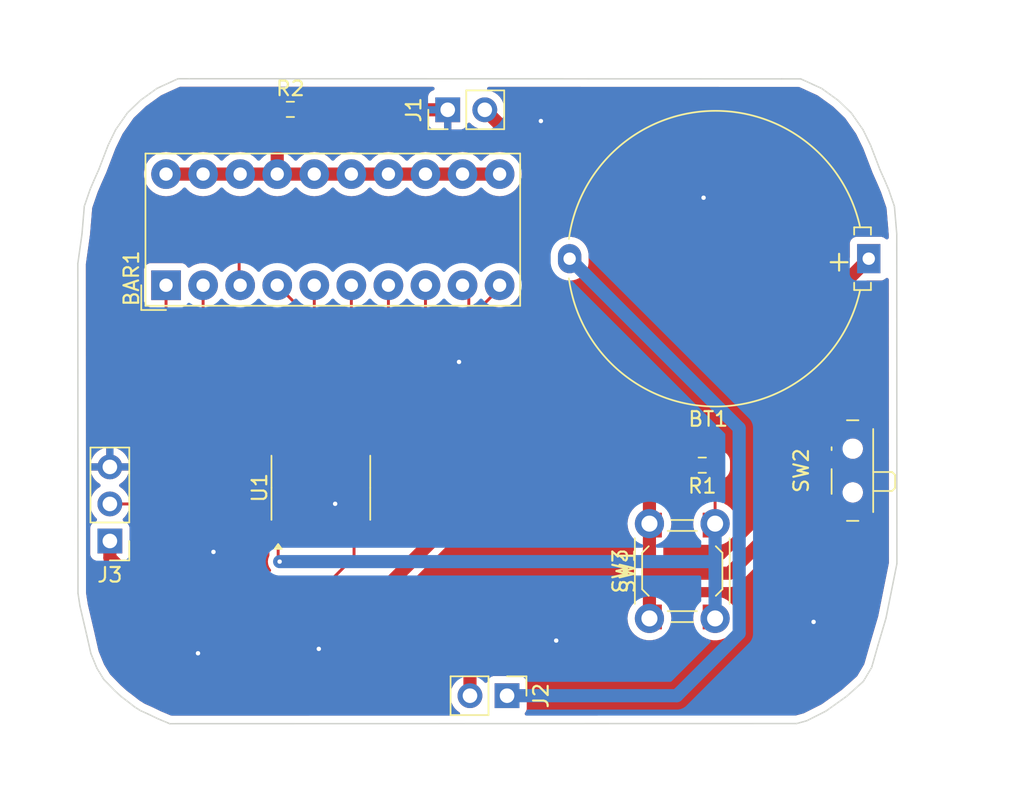
<source format=kicad_pcb>
(kicad_pcb (version 20240108) (generator "pcbnew") (generator_version "8.0")
  (layers (0 "F.Cu" signal) (31 "B.Cu" signal) (34 "B.Paste" user) (35 "F.Paste" user) (36 "B.SilkS" user "B.Silkscreen") (37 "F.SilkS" user "F.Silkscreen") (38 "B.Mask" user) (39 "F.Mask" user) (44 "Edge.Cuts" user))
  (net 0 "")
  (net 1 "Net-(BAR1-K-Pad11)")
  (net 2 "/PD3")
  (net 3 "/PC6")
  (net 4 "/PC3")
  (net 5 "/PC5")
  (net 6 "/PC0")
  (net 7 "/PC1")
  (net 8 "/PD2")
  (net 9 "/PC4")
  (net 10 "/PC7")
  (net 11 "/PC2")
  (net 12 "Net-(BT1--)")
  (net 13 "Net-(BT1-+)")
  (net 14 "GND")
  (net 15 "VCC")
  (net 16 "/SW")
  (net 24 "/SWD")
  (footprint "Connector_PinHeader_2.54mm:PinHeader_1x02_P2.54mm_Vertical" (layer "F.Cu") (at 101.37 82.83 -90)
    (property "Reference" "J2" (at 0 -2.33 90) (layer "F.SilkS"))
    (property "Value" "Conn_01x02_Socket")
    (fp_line (start -1.33 3.87) (end 1.33 3.87) (stroke (width 0.12)) (layer "F.SilkS"))
    (fp_line (start -1.33 1.27) (end -1.33 3.87) (stroke (width 0.12)) (layer "F.SilkS"))
    (fp_line (start -1.33 1.27) (end 1.33 1.27) (stroke (width 0.12)) (layer "F.SilkS"))
    (fp_line (start 1.33 1.27) (end 1.33 3.87) (stroke (width 0.12)) (layer "F.SilkS"))
    (fp_line (start -1.33 0) (end -1.33 -1.33) (stroke (width 0.12)) (layer "F.SilkS"))
    (fp_line (start -1.33 -1.33) (end 0 -1.33) (stroke (width 0.12)) (layer "F.SilkS"))
    (pad "1" thru_hole rect (at 0 0 270) (size 1.7 1.7) (drill 1) (layers "*.Cu" "*.Mask") (net 12 "Net-(BT1--)"))
    (pad "2" thru_hole oval (at 0 2.54 270) (size 1.7 1.7) (drill 1) (layers "*.Cu" "*.Mask") (net 15 "VCC"))
  )
  (footprint "Button_Switch_SMD:SW_SPST_TL3342" (layer "F.Cu") (at 113.38 74.28 90)
    (property "Reference" "SW1" (at 0 -3.75 90) (layer "F.SilkS"))
    (property "Value" "SW_DPST")
    (fp_line (start -1.25 -2.75) (end 1.25 -2.75) (stroke (width 0.12)) (layer "F.SilkS"))
    (fp_line (start 1.7 -2.3) (end 1.25 -2.75) (stroke (width 0.12)) (layer "F.SilkS"))
    (fp_line (start -1.7 -2.3) (end -1.25 -2.75) (stroke (width 0.12)) (layer "F.SilkS"))
    (fp_line (start 2.75 -1) (end 2.75 1) (stroke (width 0.12)) (layer "F.SilkS"))
    (fp_line (start -2.75 -1) (end -2.75 1) (stroke (width 0.12)) (layer "F.SilkS"))
    (fp_line (start 1.7 2.3) (end 1.25 2.75) (stroke (width 0.12)) (layer "F.SilkS"))
    (fp_line (start -1.7 2.3) (end -1.25 2.75) (stroke (width 0.12)) (layer "F.SilkS"))
    (fp_line (start -1.25 2.75) (end 1.25 2.75) (stroke (width 0.12)) (layer "F.SilkS"))
    (pad "1" smd rect (at -3.15 -1.9 90) (size 1.7 1) (layers "F.Cu" "F.Paste" "F.Mask") (net 15 "VCC"))
    (pad "1" smd rect (at 3.15 -1.9 90) (size 1.7 1) (layers "F.Cu" "F.Paste" "F.Mask") (net 15 "VCC"))
    (pad "2" smd rect (at -3.15 1.9 90) (size 1.7 1) (layers "F.Cu" "F.Paste" "F.Mask") (net 16 "/SW"))
    (pad "2" smd rect (at 3.15 1.9 90) (size 1.7 1) (layers "F.Cu" "F.Paste" "F.Mask") (net 16 "/SW"))
  )
  (footprint "Connector_PinHeader_2.54mm:PinHeader_1x02_P2.54mm_Vertical" (layer "F.Cu") (at 97.305 42.65 90)
    (property "Reference" "J1" (at 0 -2.33 90) (layer "F.SilkS"))
    (property "Value" "Conn_01x02_Socket")
    (fp_line (start -1.33 -1.33) (end 0 -1.33) (stroke (width 0.12)) (layer "F.SilkS"))
    (fp_line (start -1.33 0) (end -1.33 -1.33) (stroke (width 0.12)) (layer "F.SilkS"))
    (fp_line (start 1.33 1.27) (end 1.33 3.87) (stroke (width 0.12)) (layer "F.SilkS"))
    (fp_line (start -1.33 1.27) (end 1.33 1.27) (stroke (width 0.12)) (layer "F.SilkS"))
    (fp_line (start -1.33 1.27) (end -1.33 3.87) (stroke (width 0.12)) (layer "F.SilkS"))
    (fp_line (start -1.33 3.87) (end 1.33 3.87) (stroke (width 0.12)) (layer "F.SilkS"))
    (pad "1" thru_hole rect (at 0 0 90) (size 1.7 1.7) (drill 1) (layers "*.Cu" "*.Mask") (net 14 "GND"))
    (pad "2" thru_hole oval (at 0 2.54 90) (size 1.7 1.7) (drill 1) (layers "*.Cu" "*.Mask") (net 15 "VCC"))
  )
  (footprint "Button_Switch_SMD:SW_SPDT_PCM12" (layer "F.Cu") (at 124.735 67.39 90)
    (property "Reference" "SW2" (at 0 -3.2 90) (layer "F.SilkS"))
    (property "Value" "SW_SPDT")
    (fp_line (start 1.4 -1.12) (end 1.6 -1.12) (stroke (width 0.12)) (layer "F.SilkS"))
    (fp_line (start -1.6 -1.12) (end 0.1 -1.12) (stroke (width 0.12)) (layer "F.SilkS"))
    (fp_line (start -3.45 -0.07) (end -3.45 0.72) (stroke (width 0.12)) (layer "F.SilkS"))
    (fp_line (start 3.45 0.72) (end 3.45 -0.07) (stroke (width 0.12)) (layer "F.SilkS"))
    (fp_line (start -1.4 1.73) (end -1.4 3.02) (stroke (width 0.12)) (layer "F.SilkS"))
    (fp_line (start -2.85 1.73) (end 2.85 1.73) (stroke (width 0.12)) (layer "F.SilkS"))
    (fp_line (start -0.1 3.02) (end -0.1 1.73) (stroke (width 0.12)) (layer "F.SilkS"))
    (fp_line (start -0.1 3.02) (end -0.3 3.23) (stroke (width 0.12)) (layer "F.SilkS"))
    (fp_line (start -1.4 3.02) (end -1.2 3.23) (stroke (width 0.12)) (layer "F.SilkS"))
    (fp_line (start -1.2 3.23) (end -0.3 3.23) (stroke (width 0.12)) (layer "F.SilkS"))
    (pad "" smd rect (at -3.65 -0.78 90) (size 1 0.8) (layers "F.Cu" "F.Paste" "F.Mask"))
    (pad "" smd rect (at -3.65 1.43 90) (size 1 0.8) (layers "F.Cu" "F.Paste" "F.Mask"))
    (pad "" np_thru_hole circle (at -1.5 0.33 90) (size 0.9 0.9) (drill 0.9) (layers "*.Cu" "*.Mask"))
    (pad "" np_thru_hole circle (at 1.5 0.33 90) (size 0.9 0.9) (drill 0.9) (layers "*.Cu" "*.Mask"))
    (pad "" smd rect (at 3.65 -0.78 90) (size 1 0.8) (layers "F.Cu" "F.Paste" "F.Mask"))
    (pad "" smd rect (at 3.65 1.43 90) (size 1 0.8) (layers "F.Cu" "F.Paste" "F.Mask"))
    (pad "1" smd rect (at -2.25 -1.43 90) (size 0.7 1.5) (layers "F.Cu" "F.Paste" "F.Mask"))
    (pad "2" smd rect (at 0.75 -1.43 90) (size 0.7 1.5) (layers "F.Cu" "F.Paste" "F.Mask") (net 15 "VCC"))
    (pad "3" smd rect (at 2.25 -1.43 90) (size 0.7 1.5) (layers "F.Cu" "F.Paste" "F.Mask") (net 13 "Net-(BT1-+)"))
  )
  (footprint "Button_Switch_THT:SW_PUSH_6mm" (layer "F.Cu") (at 111.13 77.53 90)
    (property "Reference" "SW3" (at 3.25 -2 90) (layer "F.SilkS"))
    (property "Value" "SW_DPST")
    (fp_line (start 5.5 -1) (end 1 -1) (stroke (width 0.12)) (layer "F.SilkS"))
    (fp_line (start -0.25 1.5) (end -0.25 3) (stroke (width 0.12)) (layer "F.SilkS"))
    (fp_line (start 6.75 3) (end 6.75 1.5) (stroke (width 0.12)) (layer "F.SilkS"))
    (fp_line (start 1 5.5) (end 5.5 5.5) (stroke (width 0.12)) (layer "F.SilkS"))
    (pad "1" thru_hole circle (at 0 0 180) (size 2 2) (drill 1.1) (layers "*.Cu" "*.Mask") (net 15 "VCC"))
    (pad "1" thru_hole circle (at 6.5 0 180) (size 2 2) (drill 1.1) (layers "*.Cu" "*.Mask") (net 15 "VCC"))
    (pad "2" thru_hole circle (at 0 4.5 180) (size 2 2) (drill 1.1) (layers "*.Cu" "*.Mask") (net 16 "/SW"))
    (pad "2" thru_hole circle (at 6.5 4.5 180) (size 2 2) (drill 1.1) (layers "*.Cu" "*.Mask") (net 16 "/SW"))
  )
  (footprint "Resistor_SMD:R_0603_1608Metric_Pad0.98x0.95mm_HandSolder" (layer "F.Cu") (at 86.52 42.62)
    (property "Reference" "R2" (at 0 -1.43 0) (layer "F.SilkS"))
    (property "Value" "R")
    (fp_line (start -0.254724 -0.5225) (end 0.254724 -0.5225) (stroke (width 0.12)) (layer "F.SilkS"))
    (fp_line (start -0.254724 0.5225) (end 0.254724 0.5225) (stroke (width 0.12)) (layer "F.SilkS"))
    (pad "1" smd roundrect (at -0.9125 0) (size 0.975 0.95) (layers "F.Cu" "F.Paste" "F.Mask") (net 1 "Net-(BAR1-K-Pad11)"))
    (pad "2" smd roundrect (at 0.9125 0) (size 0.975 0.95) (layers "F.Cu" "F.Paste" "F.Mask") (net 14 "GND"))
  )
  (footprint "Package_SO:TSSOP-20_4.4x6.5mm_P0.65mm" (layer "F.Cu") (at 88.61 68.57 90)
    (property "Reference" "U1" (at 0 -4.2 90) (layer "F.SilkS"))
    (property "Value" "CH32V003FxPx")
    (fp_line (start 0 -3.385) (end 2.2 -3.385) (stroke (width 0.12)) (layer "F.SilkS"))
    (fp_line (start 0 -3.385) (end -2.2 -3.385) (stroke (width 0.12)) (layer "F.SilkS"))
    (fp_line (start 0 3.385) (end 2.2 3.385) (stroke (width 0.12)) (layer "F.SilkS"))
    (fp_line (start 0 3.385) (end -2.2 3.385) (stroke (width 0.12)) (layer "F.SilkS"))
    (fp_poly (pts (xy -3.86 -2.925) (xy -4.19 -3.165) (xy -4.19 -2.685) (xy -3.86 -2.925)) (stroke (width 0.12)) (fill solid) (layer "F.SilkS"))
    (pad "1" smd roundrect (at -2.8625 -2.925 90) (size 1.475 0.4) (layers "F.Cu" "F.Paste" "F.Mask") (net 16 "/SW"))
    (pad "2" smd roundrect (at -2.8625 -2.275 90) (size 1.475 0.4) (layers "F.Cu" "F.Paste" "F.Mask"))
    (pad "3" smd roundrect (at -2.8625 -1.625 90) (size 1.475 0.4) (layers "F.Cu" "F.Paste" "F.Mask"))
    (pad "4" smd roundrect (at -2.8625 -0.975 90) (size 1.475 0.4) (layers "F.Cu" "F.Paste" "F.Mask"))
    (pad "5" smd roundrect (at -2.8625 -0.325 90) (size 1.475 0.4) (layers "F.Cu" "F.Paste" "F.Mask"))
    (pad "6" smd roundrect (at -2.8625 0.325 90) (size 1.475 0.4) (layers "F.Cu" "F.Paste" "F.Mask"))
    (pad "7" smd roundrect (at -2.8625 0.975 90) (size 1.475 0.4) (layers "F.Cu" "F.Paste" "F.Mask") (net 14 "GND"))
    (pad "8" smd roundrect (at -2.8625 1.625 90) (size 1.475 0.4) (layers "F.Cu" "F.Paste" "F.Mask"))
    (pad "9" smd roundrect (at -2.8625 2.275 90) (size 1.475 0.4) (layers "F.Cu" "F.Paste" "F.Mask") (net 15 "VCC"))
    (pad "10" smd roundrect (at -2.8625 2.925 90) (size 1.475 0.4) (layers "F.Cu" "F.Paste" "F.Mask") (net 6 "/PC0"))
    (pad "11" smd roundrect (at 2.8625 2.925 90) (size 1.475 0.4) (layers "F.Cu" "F.Paste" "F.Mask") (net 7 "/PC1"))
    (pad "12" smd roundrect (at 2.8625 2.275 90) (size 1.475 0.4) (layers "F.Cu" "F.Paste" "F.Mask") (net 11 "/PC2"))
    (pad "13" smd roundrect (at 2.8625 1.625 90) (size 1.475 0.4) (layers "F.Cu" "F.Paste" "F.Mask") (net 4 "/PC3"))
    (pad "14" smd roundrect (at 2.8625 0.975 90) (size 1.475 0.4) (layers "F.Cu" "F.Paste" "F.Mask") (net 9 "/PC4"))
    (pad "15" smd roundrect (at 2.8625 0.325 90) (size 1.475 0.4) (layers "F.Cu" "F.Paste" "F.Mask") (net 5 "/PC5"))
    (pad "16" smd roundrect (at 2.8625 -0.325 90) (size 1.475 0.4) (layers "F.Cu" "F.Paste" "F.Mask") (net 3 "/PC6"))
    (pad "17" smd roundrect (at 2.8625 -0.975 90) (size 1.475 0.4) (layers "F.Cu" "F.Paste" "F.Mask") (net 10 "/PC7"))
    (pad "18" smd roundrect (at 2.8625 -1.625 90) (size 1.475 0.4) (layers "F.Cu" "F.Paste" "F.Mask") (net 24 "/SWD"))
    (pad "19" smd roundrect (at 2.8625 -2.275 90) (size 1.475 0.4) (layers "F.Cu" "F.Paste" "F.Mask") (net 8 "/PD2"))
    (pad "20" smd roundrect (at 2.8625 -2.925 90) (size 1.475 0.4) (layers "F.Cu" "F.Paste" "F.Mask") (net 2 "/PD3"))
  )
  (footprint "Battery:Battery_Panasonic_CR2032-HFN_Horizontal_CircularHoles" (layer "F.Cu") (at 126.16 52.86 180)
    (property "Reference" "BT1" (at 11 -11 0) (layer "F.SilkS"))
    (property "Value" "Battery_Cell")
    (fp_line (start 1 2.15) (end 1 1.65) (stroke (width 0.12)) (layer "F.SilkS"))
    (fp_line (start 1 -2.15) (end 1 -1.65) (stroke (width 0.12)) (layer "F.SilkS"))
    (fp_line (start -0.15 2.15) (end 1 2.15) (stroke (width 0.12)) (layer "F.SilkS"))
    (fp_line (start -0.15 2.15) (end -0.15 1.65) (stroke (width 0.12)) (layer "F.SilkS"))
    (fp_line (start -0.15 -2.15) (end 1 -2.15) (stroke (width 0.12)) (layer "F.SilkS"))
    (fp_line (start -0.15 -2.15) (end -0.15 -1.65) (stroke (width 0.12)) (layer "F.SilkS"))
    (fp_arc (start 20.55 1.35) (mid 10.905879 10.130166) (end 0.59 2.15) (stroke (width 0.12)) (layer "F.SilkS"))
    (fp_arc (start 0.59 -2.15) (mid 10.905879 -10.130166) (end 20.55 -1.35) (stroke (width 0.12)) (layer "F.SilkS"))
    (fp_text user "+" (at 2.032 -0.127 0) (layer "F.SilkS") (effects (font (size 1.5 1.5))))
    (pad "1" thru_hole rect (at 0 0 180) (size 1.6 2) (drill 0.85) (layers "*.Cu" "*.Mask") (net 13 "Net-(BT1-+)"))
    (pad "2" thru_hole oval (at 20.5 0 180) (size 1.6 2) (drill 0.85) (layers "*.Cu" "*.Mask") (net 12 "Net-(BT1--)"))
  )
  (footprint "Connector_PinHeader_2.54mm:PinHeader_1x03_P2.54mm_Vertical" (layer "F.Cu") (at 74.15 72.22 180)
    (property "Reference" "J3" (at 0 -2.33 360) (layer "F.SilkS"))
    (property "Value" "Conn_01x03_Socket")
    (fp_line (start 1.33 1.27) (end 1.33 6.41) (stroke (width 0.12)) (layer "F.SilkS"))
    (fp_line (start -1.33 6.41) (end 1.33 6.41) (stroke (width 0.12)) (layer "F.SilkS"))
    (fp_line (start -1.33 1.27) (end 1.33 1.27) (stroke (width 0.12)) (layer "F.SilkS"))
    (fp_line (start -1.33 1.27) (end -1.33 6.41) (stroke (width 0.12)) (layer "F.SilkS"))
    (fp_line (start -1.33 0) (end -1.33 -1.33) (stroke (width 0.12)) (layer "F.SilkS"))
    (fp_line (start -1.33 -1.33) (end 0 -1.33) (stroke (width 0.12)) (layer "F.SilkS"))
    (pad "1" thru_hole rect (at 0 0 180) (size 1.7 1.7) (drill 1) (layers "*.Cu" "*.Mask") (net 15 "VCC"))
    (pad "2" thru_hole oval (at 0 2.54 180) (size 1.7 1.7) (drill 1) (layers "*.Cu" "*.Mask") (net 24 "/SWD"))
    (pad "3" thru_hole oval (at 0 5.08 180) (size 1.7 1.7) (drill 1) (layers "*.Cu" "*.Mask") (net 14 "GND"))
  )
  (footprint "Resistor_SMD:R_0603_1608Metric_Pad0.98x0.95mm_HandSolder" (layer "F.Cu") (at 114.75 67.02 180)
    (property "Reference" "R1" (at 0 -1.43 360) (layer "F.SilkS"))
    (property "Value" "R")
    (fp_line (start -0.254724 0.5225) (end 0.254724 0.5225) (stroke (width 0.12)) (layer "F.SilkS"))
    (fp_line (start -0.254724 -0.5225) (end 0.254724 -0.5225) (stroke (width 0.12)) (layer "F.SilkS"))
    (pad "1" smd roundrect (at -0.9125 0 180) (size 0.975 0.95) (layers "F.Cu" "F.Paste" "F.Mask") (net 16 "/SW"))
    (pad "2" smd roundrect (at 0.9125 0 180) (size 0.975 0.95) (layers "F.Cu" "F.Paste" "F.Mask") (net 14 "GND"))
  )
  (footprint "Display:HDSP-4830" (layer "F.Cu") (at 78 54.68 90)
    (property "Reference" "BAR1" (at 0.47 -2.37 90) (layer "F.SilkS"))
    (property "Value" "HDSP-4830_2")
    (fp_line (start 0 -1.7) (end -1.7 -1.7) (stroke (width 0.12)) (layer "F.SilkS"))
    (fp_line (start -1.7 -1.7) (end -1.7 0) (stroke (width 0.12)) (layer "F.SilkS"))
    (fp_line (start 9.03 -1.41) (end 9.03 24.27) (stroke (width 0.12)) (layer "F.SilkS"))
    (fp_line (start -1.41 -1.41) (end 9.03 -1.41) (stroke (width 0.12)) (layer "F.SilkS"))
    (fp_line (start 9.03 24.27) (end -1.41 24.27) (stroke (width 0.12)) (layer "F.SilkS"))
    (fp_line (start -1.41 24.27) (end -1.41 -1.41) (stroke (width 0.12)) (layer "F.SilkS"))
    (pad "1" thru_hole rect (at 0 0) (size 2.032 2.032) (drill 0.9144) (layers "*.Cu" "*.Mask") (net 2 "/PD3"))
    (pad "2" thru_hole circle (at 0 2.54) (size 2.032 2.032) (drill 0.9144) (layers "*.Cu" "*.Mask") (net 8 "/PD2"))
    (pad "3" thru_hole circle (at 0 5.08) (size 2.032 2.032) (drill 0.9144) (layers "*.Cu" "*.Mask") (net 6 "/PC0"))
    (pad "4" thru_hole circle (at 0 7.62) (size 2.032 2.032) (drill 0.9144) (layers "*.Cu" "*.Mask") (net 10 "/PC7"))
    (pad "5" thru_hole circle (at 0 10.16) (size 2.032 2.032) (drill 0.9144) (layers "*.Cu" "*.Mask") (net 3 "/PC6"))
    (pad "6" thru_hole circle (at 0 12.7) (size 2.032 2.032) (drill 0.9144) (layers "*.Cu" "*.Mask") (net 5 "/PC5"))
    (pad "7" thru_hole circle (at 0 15.24) (size 2.032 2.032) (drill 0.9144) (layers "*.Cu" "*.Mask") (net 9 "/PC4"))
    (pad "8" thru_hole circle (at 0 17.78) (size 2.032 2.032) (drill 0.9144) (layers "*.Cu" "*.Mask") (net 4 "/PC3"))
    (pad "9" thru_hole circle (at 0 20.32) (size 2.032 2.032) (drill 0.9144) (layers "*.Cu" "*.Mask") (net 11 "/PC2"))
    (pad "10" thru_hole circle (at 0 22.86) (size 2.032 2.032) (drill 0.9144) (layers "*.Cu" "*.Mask") (net 7 "/PC1"))
    (pad "11" thru_hole circle (at 7.62 22.86) (size 2.032 2.032) (drill 0.9144) (layers "*.Cu" "*.Mask") (net 1 "Net-(BAR1-K-Pad11)"))
    (pad "12" thru_hole circle (at 7.62 20.32) (size 2.032 2.032) (drill 0.9144) (layers "*.Cu" "*.Mask") (net 1 "Net-(BAR1-K-Pad11)"))
    (pad "13" thru_hole circle (at 7.62 17.78) (size 2.032 2.032) (drill 0.9144) (layers "*.Cu" "*.Mask") (net 1 "Net-(BAR1-K-Pad11)"))
    (pad "14" thru_hole circle (at 7.62 15.24) (size 2.032 2.032) (drill 0.9144) (layers "*.Cu" "*.Mask") (net 1 "Net-(BAR1-K-Pad11)"))
    (pad "15" thru_hole circle (at 7.62 12.7) (size 2.032 2.032) (drill 0.9144) (layers "*.Cu" "*.Mask") (net 1 "Net-(BAR1-K-Pad11)"))
    (pad "16" thru_hole circle (at 7.62 10.16) (size 2.032 2.032) (drill 0.9144) (layers "*.Cu" "*.Mask") (net 1 "Net-(BAR1-K-Pad11)"))
    (pad "17" thru_hole circle (at 7.62 7.62) (size 2.032 2.032) (drill 0.9144) (layers "*.Cu" "*.Mask") (net 1 "Net-(BAR1-K-Pad11)"))
    (pad "18" thru_hole circle (at 7.62 5.08) (size 2.032 2.032) (drill 0.9144) (layers "*.Cu" "*.Mask") (net 1 "Net-(BAR1-K-Pad11)"))
    (pad "19" thru_hole circle (at 7.62 2.54) (size 2.032 2.032) (drill 0.9144) (layers "*.Cu" "*.Mask") (net 1 "Net-(BAR1-K-Pad11)"))
    (pad "20" thru_hole circle (at 7.62 0) (size 2.032 2.032) (drill 0.9144) (layers "*.Cu" "*.Mask") (net 1 "Net-(BAR1-K-Pad11)"))
  )
  (gr_line (start 72.8 48.1) (end 73.06 47.49) (stroke (width 0.1)) (layer "Edge.Cuts"))
  (gr_line (start 124.66 82.86) (end 125.789992 81.84999) (stroke (width 0.1)) (layer "Edge.Cuts"))
  (gr_line (start 73.06 47.49) (end 73.39 46.75) (stroke (width 0.1)) (layer "Edge.Cuts"))
  (gr_line (start 127.92 49.27) (end 127.52 48.11) (stroke (width 0.1)) (layer "Edge.Cuts"))
  (gr_line (start 75.86 83.61) (end 76.26 83.86) (stroke (width 0.1)) (layer "Edge.Cuts"))
  (gr_line (start 120.19 40.53) (end 79.59 40.52) (stroke (width 0.1)) (layer "Edge.Cuts"))
  (gr_line (start 78.82 40.52) (end 79.59 40.52) (stroke (width 0.1)) (layer "Edge.Cuts"))
  (gr_line (start 124.06 42) (end 122.94 41.19) (stroke (width 0.1)) (layer "Edge.Cuts"))
  (gr_line (start 126.79 79.38) (end 127.34 77.52) (stroke (width 0.1)) (layer "Edge.Cuts"))
  (gr_line (start 126.36 80.89) (end 126.79 79.38) (stroke (width 0.1)) (layer "Edge.Cuts"))
  (gr_line (start 76.26 41.99) (end 77.38 41.18) (stroke (width 0.1)) (layer "Edge.Cuts"))
  (gr_line (start 74.5 82.5) (end 74.95 82.91) (stroke (width 0.1)) (layer "Edge.Cuts"))
  (gr_line (start 72.85 79.94) (end 73.26 80.94) (stroke (width 0.1)) (layer "Edge.Cuts"))
  (gr_line (start 77.44 84.41) (end 78.25 84.75) (stroke (width 0.1)) (layer "Edge.Cuts"))
  (gr_line (start 72.1 76.68) (end 72.55 78.61) (stroke (width 0.1)) (layer "Edge.Cuts"))
  (gr_line (start 123.22 83.89) (end 124.66 82.86) (stroke (width 0.1)) (layer "Edge.Cuts"))
  (gr_line (start 122.94 41.19) (end 121.5 40.53) (stroke (width 0.1)) (layer "Edge.Cuts"))
  (gr_line (start 128.09 73.78) (end 128.08 51.17) (stroke (width 0.1)) (layer "Edge.Cuts"))
  (gr_line (start 76.84 84.12) (end 77.44 84.41) (stroke (width 0.1)) (layer "Edge.Cuts"))
  (gr_line (start 128.08 51.17) (end 127.919985 49.270001) (stroke (width 0.1)) (layer "Edge.Cuts"))
  (gr_line (start 73.26 80.94) (end 73.729994 81.710004) (stroke (width 0.1)) (layer "Edge.Cuts"))
  (gr_line (start 72.4 49.26) (end 72.8 48.1) (stroke (width 0.1)) (layer "Edge.Cuts"))
  (gr_line (start 72.55 78.61) (end 72.85 79.94) (stroke (width 0.1)) (layer "Edge.Cuts"))
  (gr_line (start 125.79 81.85) (end 126.36 80.89) (stroke (width 0.1)) (layer "Edge.Cuts"))
  (gr_line (start 71.955 53.195) (end 72.24 51.16) (stroke (width 0.1)) (layer "Edge.Cuts"))
  (gr_line (start 126.29 45.09) (end 125.77 44.02) (stroke (width 0.1)) (layer "Edge.Cuts"))
  (gr_line (start 127.26 47.5) (end 126.93 46.76) (stroke (width 0.1)) (layer "Edge.Cuts"))
  (gr_line (start 78.25 84.75) (end 121.22 84.74) (stroke (width 0.1)) (layer "Edge.Cuts"))
  (gr_line (start 126.93 46.76) (end 126.289986 45.090006) (stroke (width 0.1)) (layer "Edge.Cuts"))
  (gr_line (start 77.38 41.18) (end 78.819995 40.519989) (stroke (width 0.1)) (layer "Edge.Cuts"))
  (gr_line (start 72.1 76.68) (end 71.965 75.805) (stroke (width 0.1)) (layer "Edge.Cuts"))
  (gr_line (start 74.55 44.01) (end 75.36 42.85) (stroke (width 0.1)) (layer "Edge.Cuts"))
  (gr_line (start 121.5 40.53) (end 120.19 40.53) (stroke (width 0.1)) (layer "Edge.Cuts"))
  (gr_line (start 73.73 81.71) (end 74.500007 82.499993) (stroke (width 0.1)) (layer "Edge.Cuts"))
  (gr_line (start 74.03 45.08) (end 74.55 44.01) (stroke (width 0.1)) (layer "Edge.Cuts"))
  (gr_line (start 73.39 46.75) (end 74.03 45.08) (stroke (width 0.1)) (layer "Edge.Cuts"))
  (gr_line (start 75.36 42.85) (end 76.26 41.99) (stroke (width 0.1)) (layer "Edge.Cuts"))
  (gr_line (start 124.96 42.86) (end 124.06 42) (stroke (width 0.1)) (layer "Edge.Cuts"))
  (gr_line (start 121.22 84.74) (end 121.909998 84.549995) (stroke (width 0.1)) (layer "Edge.Cuts"))
  (gr_line (start 127.52 48.11) (end 127.26 47.5) (stroke (width 0.1)) (layer "Edge.Cuts"))
  (gr_line (start 76.26 83.86) (end 76.840003 84.119995) (stroke (width 0.1)) (layer "Edge.Cuts"))
  (gr_line (start 71.965 75.805) (end 71.955 53.195) (stroke (width 0.1)) (layer "Edge.Cuts"))
  (gr_line (start 74.95 82.91) (end 75.31 83.18) (stroke (width 0.1)) (layer "Edge.Cuts"))
  (gr_line (start 127.34 77.52) (end 128.09 73.78) (stroke (width 0.1)) (layer "Edge.Cuts"))
  (gr_line (start 125.77 44.02) (end 124.96 42.86) (stroke (width 0.1)) (layer "Edge.Cuts"))
  (gr_line (start 75.31 83.18) (end 75.86 83.61) (stroke (width 0.1)) (layer "Edge.Cuts"))
  (gr_line (start 72.24 51.16) (end 72.4 49.26) (stroke (width 0.1)) (layer "Edge.Cuts"))
  (gr_line (start 121.91 84.55) (end 123.22 83.89) (stroke (width 0.1)) (layer "Edge.Cuts"))
  (segment (start 85.62 47.06) (end 85.62 42.6325) (width 0.9) (layer "F.Cu") (net 1))
  (segment (start 78 47.06) (end 100.86 47.06) (width 0.9) (layer "F.Cu") (net 1))
  (segment (start 85.62 42.6325) (end 85.6075 42.62) (width 0.9) (layer "F.Cu") (net 1))
  (segment (start 85.685 64.705) (end 78 57.02) (width 0.2) (layer "F.Cu") (net 2))
  (segment (start 85.685 65.7075) (end 85.685 64.705) (width 0.2) (layer "F.Cu") (net 2))
  (segment (start 78 57.02) (end 78 54.68) (width 0.2) (layer "F.Cu") (net 2))
  (segment (start 88.16 65.5825) (end 88.285 65.7075) (width 0.2) (layer "F.Cu") (net 3))
  (segment (start 88.16 54.68) (end 88.16 65.5825) (width 0.2) (layer "F.Cu") (net 3))
  (segment (start 95.78 58.48) (end 95.78 54.68) (width 0.2) (layer "F.Cu") (net 4))
  (segment (start 90.235 65.7075) (end 90.235 64.025) (width 0.2) (layer "F.Cu") (net 4))
  (segment (start 90.235 64.025) (end 95.78 58.48) (width 0.2) (layer "F.Cu") (net 4))
  (segment (start 90.7 59.27) (end 90.7 54.68) (width 0.2) (layer "F.Cu") (net 5))
  (segment (start 88.935 65.7075) (end 88.935 61.035) (width 0.2) (layer "F.Cu") (net 5))
  (segment (start 88.935 61.035) (end 90.7 59.27) (width 0.2) (layer "F.Cu") (net 5))
  (segment (start 84.04 51.75) (end 83.01 52.78) (width 0.2) (layer "F.Cu") (net 6))
  (segment (start 103.11 57.16) (end 103.11 53.75) (width 0.2) (layer "F.Cu") (net 6))
  (segment (start 91.55 68.84) (end 96.47 63.92) (width 0.2) (layer "F.Cu") (net 6))
  (segment (start 91.535 71.4325) (end 91.535 70.695001) (width 0.2) (layer "F.Cu") (net 6))
  (segment (start 91.535 70.695001) (end 91.55 70.680001) (width 0.2) (layer "F.Cu") (net 6))
  (segment (start 101.11 51.75) (end 84.04 51.75) (width 0.2) (layer "F.Cu") (net 6))
  (segment (start 91.55 70.680001) (end 91.55 68.84) (width 0.2) (layer "F.Cu") (net 6))
  (segment (start 96.47 63.8) (end 103.11 57.16) (width 0.2) (layer "F.Cu") (net 6))
  (segment (start 103.11 53.75) (end 101.11 51.75) (width 0.2) (layer "F.Cu") (net 6))
  (segment (start 83.01 54.61) (end 83.08 54.68) (width 0.2) (layer "F.Cu") (net 6))
  (segment (start 83.01 52.78) (end 83.01 54.61) (width 0.2) (layer "F.Cu") (net 6))
  (segment (start 96.47 63.92) (end 96.47 63.8) (width 0.2) (layer "F.Cu") (net 6))
  (segment (start 91.535 64.225) (end 100.86 54.9) (width 0.2) (layer "F.Cu") (net 7))
  (segment (start 100.86 54.9) (end 100.86 54.68) (width 0.2) (layer "F.Cu") (net 7))
  (segment (start 91.535 65.7075) (end 91.535 64.225) (width 0.2) (layer "F.Cu") (net 7))
  (segment (start 86.335 64.215) (end 80.54 58.42) (width 0.2) (layer "F.Cu") (net 8))
  (segment (start 80.54 58.42) (end 80.54 54.68) (width 0.2) (layer "F.Cu") (net 8))
  (segment (start 86.335 65.7075) (end 86.335 64.215) (width 0.2) (layer "F.Cu") (net 8))
  (segment (start 93.24 57.39) (end 89.585 61.045) (width 0.2) (layer "F.Cu") (net 9))
  (segment (start 93.24 54.68) (end 93.24 57.39) (width 0.2) (layer "F.Cu") (net 9))
  (segment (start 89.585 61.045) (end 89.585 65.7075) (width 0.2) (layer "F.Cu") (net 9))
  (segment (start 87.52 65.5925) (end 87.52 56.58) (width 0.2) (layer "F.Cu") (net 10))
  (segment (start 87.52 56.58) (end 85.62 54.68) (width 0.2) (layer "F.Cu") (net 10))
  (segment (start 87.635 65.7075) (end 87.52 65.5925) (width 0.2) (layer "F.Cu") (net 10))
  (segment (start 90.885 64.155) (end 98.75 56.29) (width 0.2) (layer "F.Cu") (net 11))
  (segment (start 98.75 56.29) (end 98.75 55.11) (width 0.2) (layer "F.Cu") (net 11))
  (segment (start 90.885 65.7075) (end 90.885 64.155) (width 0.2) (layer "F.Cu") (net 11))
  (segment (start 98.75 55.11) (end 98.32 54.68) (width 0.2) (layer "F.Cu") (net 11))
  (segment (start 117.28 78.551779) (end 113.001779 82.83) (width 0.9) (layer "B.Cu") (net 12))
  (segment (start 117.28 64.48) (end 117.28 78.551779) (width 0.9) (layer "B.Cu") (net 12))
  (segment (start 105.66 52.86) (end 117.28 64.48) (width 0.9) (layer "B.Cu") (net 12))
  (segment (start 113.001779 82.83) (end 101.37 82.83) (width 0.9) (layer "B.Cu") (net 12))
  (segment (start 123.305 65.14) (end 122.905 64.74) (width 0.9) (layer "F.Cu") (net 13))
  (segment (start 122.905 56.115) (end 126.16 52.86) (width 0.9) (layer "F.Cu") (net 13))
  (segment (start 122.905 64.74) (end 122.905 56.115) (width 0.9) (layer "F.Cu") (net 13))
  (segment (start 97.305 42.65) (end 87.4625 42.65) (width 0.9) (layer "F.Cu") (net 14))
  (segment (start 89.585 69.675) (end 89.59 69.67) (width 0.2) (layer "F.Cu") (net 14))
  (segment (start 87.4625 42.65) (end 87.4325 42.62) (width 0.9) (layer "F.Cu") (net 14))
  (segment (start 89.585 71.4325) (end 89.585 69.675) (width 0.2) (layer "F.Cu") (net 14))
  (via (at 80.19 79.92) (size 0.6) (drill 0.3) (layers "F.Cu" "B.Cu") (net 14))
  (via (at 98.08 59.94) (size 0.6) (drill 0.3) (layers "F.Cu" "B.Cu") (net 14))
  (via (at 122.38 77.77) (size 0.6) (drill 0.3) (layers "F.Cu" "B.Cu") (net 14))
  (via (at 114.84 48.68) (size 0.6) (drill 0.3) (layers "F.Cu" "B.Cu") (net 14))
  (via (at 89.59 69.67) (size 0.6) (drill 0.3) (layers "F.Cu" "B.Cu") (net 14))
  (via (at 88.47 79.62) (size 0.6) (drill 0.3) (layers "F.Cu" "B.Cu") (net 14))
  (via (at 104.74 79.05) (size 0.6) (drill 0.3) (layers "F.Cu" "B.Cu") (net 14))
  (via (at 81.25 72.97) (size 0.6) (drill 0.3) (layers "F.Cu" "B.Cu") (net 14))
  (via (at 103.69 43.42) (size 0.6) (drill 0.3) (layers "F.Cu" "B.Cu") (net 14))
  (segment (start 93.15 75.31) (end 76.084064 75.31) (width 0.9) (layer "F.Cu") (net 15))
  (segment (start 90.885 73.325) (end 90.885 71.4325) (width 0.2) (layer "F.Cu") (net 15))
  (segment (start 98.83 82.83) (end 98.83 80.99) (width 0.9) (layer "F.Cu") (net 15))
  (segment (start 119.63 71.42) (end 116.62 74.43) (width 0.9) (layer "F.Cu") (net 15))
  (segment (start 103.86 64.6) (end 102.67 65.79) (width 0.9) (layer "F.Cu") (net 15))
  (segment (start 107.86 64.39) (end 111.13 67.66) (width 0.9) (layer "F.Cu") (net 15))
  (segment (start 111.13 71.03) (end 111.13 74.43) (width 0.9) (layer "F.Cu") (net 15))
  (segment (start 102.67 65.79) (end 104.07 64.39) (width 0.9) (layer "F.Cu") (net 15))
  (segment (start 74.15 73.375936) (end 74.15 72.22) (width 0.9) (layer "F.Cu") (net 15))
  (segment (start 116.62 74.43) (end 111.13 74.43) (width 0.9) (layer "F.Cu") (net 15))
  (segment (start 111.13 74.43) (end 111.13 77.53) (width 0.9) (layer "F.Cu") (net 15))
  (segment (start 103.86 46.665) (end 103.86 64.6) (width 0.9) (layer "F.Cu") (net 15))
  (segment (start 102.67 65.79) (end 93.15 75.31) (width 0.9) (layer "F.Cu") (net 15))
  (segment (start 76.084064 75.31) (end 74.15 73.375936) (width 0.9) (layer "F.Cu") (net 15))
  (segment (start 99.845 42.65) (end 103.86 46.665) (width 0.9) (layer "F.Cu") (net 15))
  (segment (start 88.9 75.31) (end 90.885 73.325) (width 0.2) (layer "F.Cu") (net 15))
  (segment (start 119.86 66.64) (end 119.63 66.87) (width 0.9) (layer "F.Cu") (net 15))
  (segment (start 111.13 67.66) (end 111.13 71.03) (width 0.9) (layer "F.Cu") (net 15))
  (segment (start 98.83 80.99) (end 93.15 75.31) (width 0.9) (layer "F.Cu") (net 15))
  (segment (start 104.07 64.39) (end 107.86 64.39) (width 0.9) (layer "F.Cu") (net 15))
  (segment (start 123.305 66.64) (end 119.86 66.64) (width 0.9) (layer "F.Cu") (net 15))
  (segment (start 119.63 66.87) (end 119.63 71.42) (width 0.9) (layer "F.Cu") (net 15))
  (segment (start 115.63 71.03) (end 115.63 67.0525) (width 0.2) (layer "F.Cu") (net 16))
  (segment (start 85.685 71.4325) (end 85.685 73.535) (width 0.2) (layer "F.Cu") (net 16))
  (segment (start 85.685 73.535) (end 85.785 73.635) (width 0.2) (layer "F.Cu") (net 16))
  (segment (start 115.63 67.0525) (end 115.6625 67.02) (width 0.2) (layer "F.Cu") (net 16))
  (segment (start 85.785 73.635) (end 85.82 73.67) (width 0.2) (layer "F.Cu") (net 16))
  (via (at 85.785 73.635) (size 0.6) (drill 0.3) (layers "F.Cu" "B.Cu") (net 16))
  (segment (start 115.63 71.03) (end 115.63 73.65) (width 0.9) (layer "B.Cu") (net 16))
  (segment (start 115.615 73.635) (end 115.63 73.65) (width 0.9) (layer "B.Cu") (net 16))
  (segment (start 85.785 73.635) (end 115.615 73.635) (width 0.9) (layer "B.Cu") (net 16))
  (segment (start 115.63 73.65) (end 115.63 77.53) (width 0.9) (layer "B.Cu") (net 16))
  (segment (start 83.749999 69.68) (end 74.15 69.68) (width 0.2) (layer "F.Cu") (net 24))
  (segment (start 86.985 65.7075) (end 86.985 66.444999) (width 0.2) (layer "F.Cu") (net 24))
  (segment (start 86.985 66.444999) (end 83.749999 69.68) (width 0.2) (layer "F.Cu") (net 24))
  (zone (net 14) (net_name "GND") (layers "F&B.Cu") (connect_pads (clearance 0.5)) (min_thickness 0.25) (fill yes (thermal_gap 0.5) (thermal_bridge_width 0.5))
    (polygon (pts (xy 70.08 39.84) (xy 136.33 39.7) (xy 136.81 86.23) (xy 69.48 85.29) (xy 70.11 39.84)))
  )
)
</source>
